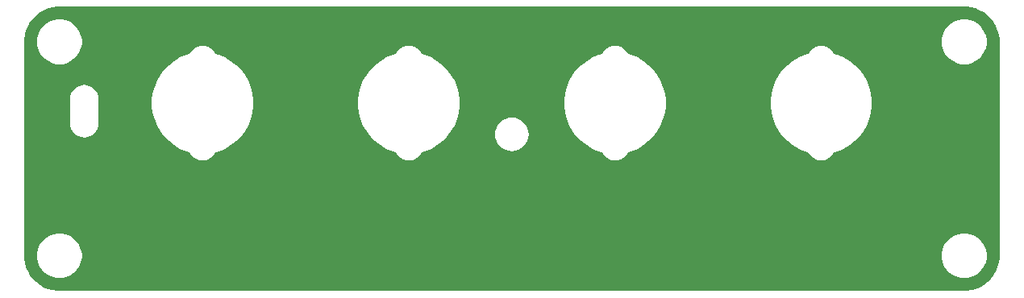
<source format=gtl>
G04*
G04 #@! TF.GenerationSoftware,Altium Limited,Altium Designer,22.4.2 (48)*
G04*
G04 Layer_Physical_Order=1*
G04 Layer_Color=255*
%FSLAX25Y25*%
%MOIN*%
G70*
G04*
G04 #@! TF.SameCoordinates,407642F0-E37F-43E1-BC9E-C6ACD67937A9*
G04*
G04*
G04 #@! TF.FilePolarity,Positive*
G04*
G01*
G75*
G36*
X389828Y118900D02*
D01*
X389828D01*
X390779Y118900D01*
X392664Y118651D01*
X394500Y118159D01*
X396257Y117432D01*
X397904Y116481D01*
X399412Y115323D01*
X400757Y113979D01*
X401914Y112471D01*
X402865Y110824D01*
X403592Y109067D01*
X404084Y107231D01*
X404333Y105346D01*
X404333Y104395D01*
X404333Y15734D01*
Y14783D01*
X404084Y12898D01*
X403592Y11061D01*
X402865Y9305D01*
X401914Y7658D01*
X400757Y6150D01*
X399412Y4805D01*
X397904Y3648D01*
X396257Y2697D01*
X394500Y1970D01*
X392664Y1477D01*
X390779Y1229D01*
X389828Y1229D01*
D01*
X389828D01*
X15734Y1229D01*
X15734D01*
D01*
X14783Y1229D01*
X12898Y1477D01*
X11061Y1970D01*
X9305Y2697D01*
X7658Y3648D01*
X6150Y4805D01*
X4805Y6150D01*
X3648Y7658D01*
X2697Y9305D01*
X1970Y11061D01*
X1477Y12898D01*
X1229Y14783D01*
Y15734D01*
Y104395D01*
Y105346D01*
X1477Y107231D01*
X1970Y109067D01*
X2697Y110824D01*
X3648Y112471D01*
X4805Y113979D01*
X6150Y115323D01*
X7658Y116481D01*
X9305Y117432D01*
X11061Y118159D01*
X12898Y118651D01*
X14783Y118900D01*
X15734Y118900D01*
X389828Y118900D01*
D02*
G37*
%LPC*%
G36*
X390675Y113581D02*
X388853D01*
X387066Y113225D01*
X385382Y112528D01*
X383867Y111516D01*
X382579Y110227D01*
X381567Y108712D01*
X380869Y107029D01*
X380514Y105242D01*
Y103420D01*
X380869Y101633D01*
X381567Y99949D01*
X382579Y98434D01*
X383867Y97146D01*
X385382Y96134D01*
X387066Y95436D01*
X388853Y95081D01*
X390675D01*
X392462Y95436D01*
X394145Y96134D01*
X395660Y97146D01*
X396949Y98434D01*
X397961Y99949D01*
X398658Y101633D01*
X399014Y103420D01*
Y105242D01*
X398658Y107029D01*
X397961Y108712D01*
X396949Y110227D01*
X395660Y111516D01*
X394145Y112528D01*
X392462Y113225D01*
X390675Y113581D01*
D02*
G37*
G36*
X16659D02*
X14837D01*
X13050Y113225D01*
X11366Y112528D01*
X9851Y111516D01*
X8563Y110227D01*
X7551Y108712D01*
X6854Y107029D01*
X6498Y105242D01*
Y103420D01*
X6854Y101633D01*
X7551Y99949D01*
X8563Y98434D01*
X9851Y97146D01*
X11366Y96134D01*
X13050Y95436D01*
X14837Y95081D01*
X16659D01*
X18446Y95436D01*
X20130Y96134D01*
X21645Y97146D01*
X22933Y98434D01*
X23945Y99949D01*
X24643Y101633D01*
X24998Y103420D01*
Y105242D01*
X24643Y107029D01*
X23945Y108712D01*
X22933Y110227D01*
X21645Y111516D01*
X20130Y112528D01*
X18446Y113225D01*
X16659Y113581D01*
D02*
G37*
G36*
X25984Y86462D02*
X24824Y86347D01*
X23707Y86009D01*
X22679Y85459D01*
X21777Y84719D01*
X21037Y83817D01*
X20487Y82789D01*
X20149Y81673D01*
X20034Y80512D01*
Y70669D01*
X20149Y69508D01*
X20487Y68392D01*
X21037Y67364D01*
X21777Y66462D01*
X22679Y65722D01*
X23707Y65172D01*
X24824Y64834D01*
X25984Y64719D01*
X27145Y64834D01*
X28261Y65172D01*
X29290Y65722D01*
X30191Y66462D01*
X30931Y67364D01*
X31481Y68392D01*
X31820Y69508D01*
X31934Y70669D01*
Y80512D01*
X31820Y81673D01*
X31481Y82789D01*
X30931Y83817D01*
X30191Y84719D01*
X29290Y85459D01*
X28261Y86009D01*
X27145Y86347D01*
X25984Y86462D01*
D02*
G37*
G36*
X202731Y72977D02*
X201377Y72844D01*
X200076Y72449D01*
X198876Y71807D01*
X197824Y70945D01*
X196961Y69893D01*
X196320Y68693D01*
X195925Y67392D01*
X195792Y66038D01*
X195925Y64684D01*
X196320Y63383D01*
X196961Y62183D01*
X197824Y61131D01*
X198876Y60268D01*
X200076Y59627D01*
X201377Y59232D01*
X202731Y59099D01*
X204085Y59232D01*
X205386Y59627D01*
X206586Y60268D01*
X207638Y61131D01*
X208500Y62183D01*
X209142Y63383D01*
X209537Y64684D01*
X209670Y66038D01*
X209537Y67392D01*
X209142Y68693D01*
X208500Y69893D01*
X207638Y70945D01*
X206586Y71807D01*
X205386Y72449D01*
X204085Y72844D01*
X202731Y72977D01*
D02*
G37*
G36*
X330635Y102609D02*
X329474Y102494D01*
X328358Y102156D01*
X327330Y101606D01*
X326428Y100866D01*
X325688Y99964D01*
X325297Y99232D01*
X323877Y98852D01*
X321336Y97799D01*
X318954Y96424D01*
X316772Y94750D01*
X314828Y92805D01*
X313153Y90623D01*
X311778Y88242D01*
X310726Y85701D01*
X310014Y83044D01*
X309655Y80317D01*
Y77567D01*
X310014Y74840D01*
X310726Y72184D01*
X311778Y69643D01*
X313153Y67261D01*
X314828Y65079D01*
X316772Y63135D01*
X318954Y61460D01*
X321336Y60085D01*
X323877Y59033D01*
X325297Y58652D01*
X325688Y57920D01*
X326428Y57019D01*
X327330Y56279D01*
X328358Y55729D01*
X329474Y55390D01*
X330635Y55276D01*
X331796Y55390D01*
X332912Y55729D01*
X333941Y56279D01*
X334842Y57019D01*
X335582Y57920D01*
X335974Y58652D01*
X337394Y59033D01*
X339934Y60085D01*
X342316Y61460D01*
X344498Y63135D01*
X346443Y65079D01*
X348117Y67261D01*
X349492Y69643D01*
X350545Y72184D01*
X351257Y74840D01*
X351616Y77567D01*
Y80317D01*
X351257Y83044D01*
X350545Y85701D01*
X349492Y88242D01*
X348117Y90623D01*
X346443Y92805D01*
X344498Y94750D01*
X342316Y96424D01*
X339934Y97799D01*
X337394Y98852D01*
X335974Y99232D01*
X335582Y99964D01*
X334842Y100866D01*
X333941Y101606D01*
X332912Y102156D01*
X331796Y102494D01*
X330635Y102609D01*
D02*
G37*
G36*
X245399D02*
X244238Y102494D01*
X243122Y102156D01*
X242093Y101606D01*
X241192Y100866D01*
X240452Y99964D01*
X240060Y99232D01*
X238641Y98852D01*
X236100Y97799D01*
X233718Y96424D01*
X231536Y94750D01*
X229591Y92805D01*
X227917Y90623D01*
X226542Y88242D01*
X225489Y85701D01*
X224778Y83044D01*
X224419Y80317D01*
Y77567D01*
X224778Y74840D01*
X225489Y72184D01*
X226542Y69643D01*
X227917Y67261D01*
X229591Y65079D01*
X231536Y63135D01*
X233718Y61460D01*
X236100Y60085D01*
X238641Y59033D01*
X240060Y58652D01*
X240452Y57920D01*
X241192Y57019D01*
X242093Y56279D01*
X243122Y55729D01*
X244238Y55390D01*
X245399Y55276D01*
X246560Y55390D01*
X247676Y55729D01*
X248705Y56279D01*
X249606Y57019D01*
X250346Y57920D01*
X250738Y58652D01*
X252157Y59033D01*
X254698Y60085D01*
X257080Y61460D01*
X259262Y63135D01*
X261207Y65079D01*
X262881Y67261D01*
X264256Y69643D01*
X265309Y72184D01*
X266020Y74840D01*
X266379Y77567D01*
Y80317D01*
X266020Y83044D01*
X265309Y85701D01*
X264256Y88242D01*
X262881Y90623D01*
X261207Y92805D01*
X259262Y94750D01*
X257080Y96424D01*
X254698Y97799D01*
X252157Y98852D01*
X250738Y99232D01*
X250346Y99964D01*
X249606Y100866D01*
X248705Y101606D01*
X247676Y102156D01*
X246560Y102494D01*
X245399Y102609D01*
D02*
G37*
G36*
X160163D02*
X159002Y102494D01*
X157886Y102156D01*
X156857Y101606D01*
X155956Y100866D01*
X155216Y99964D01*
X154824Y99232D01*
X153404Y98852D01*
X150864Y97799D01*
X148482Y96424D01*
X146300Y94750D01*
X144355Y92805D01*
X142681Y90623D01*
X141306Y88242D01*
X140253Y85701D01*
X139541Y83044D01*
X139182Y80317D01*
Y77567D01*
X139541Y74840D01*
X140253Y72184D01*
X141306Y69643D01*
X142681Y67261D01*
X144355Y65079D01*
X146300Y63135D01*
X148482Y61460D01*
X150864Y60085D01*
X153404Y59033D01*
X154824Y58652D01*
X155216Y57920D01*
X155956Y57019D01*
X156857Y56279D01*
X157886Y55729D01*
X159002Y55390D01*
X160163Y55276D01*
X161324Y55390D01*
X162440Y55729D01*
X163468Y56279D01*
X164370Y57019D01*
X165110Y57920D01*
X165501Y58652D01*
X166921Y59033D01*
X169462Y60085D01*
X171844Y61460D01*
X174026Y63135D01*
X175970Y65079D01*
X177645Y67261D01*
X179020Y69643D01*
X180072Y72184D01*
X180784Y74840D01*
X181143Y77567D01*
Y80317D01*
X180784Y83044D01*
X180072Y85701D01*
X179020Y88242D01*
X177645Y90623D01*
X175970Y92805D01*
X174026Y94750D01*
X171844Y96424D01*
X169462Y97799D01*
X166921Y98852D01*
X165501Y99232D01*
X165110Y99964D01*
X164370Y100866D01*
X163468Y101606D01*
X162440Y102156D01*
X161324Y102494D01*
X160163Y102609D01*
D02*
G37*
G36*
X74927D02*
X73766Y102494D01*
X72650Y102156D01*
X71621Y101606D01*
X70719Y100866D01*
X69979Y99964D01*
X69588Y99232D01*
X68168Y98852D01*
X65627Y97799D01*
X63245Y96424D01*
X61064Y94750D01*
X59119Y92805D01*
X57445Y90623D01*
X56069Y88242D01*
X55017Y85701D01*
X54305Y83044D01*
X53946Y80317D01*
Y77567D01*
X54305Y74840D01*
X55017Y72184D01*
X56069Y69643D01*
X57445Y67261D01*
X59119Y65079D01*
X61064Y63135D01*
X63245Y61460D01*
X65627Y60085D01*
X68168Y59033D01*
X69588Y58652D01*
X69979Y57920D01*
X70719Y57019D01*
X71621Y56279D01*
X72650Y55729D01*
X73766Y55390D01*
X74927Y55276D01*
X76087Y55390D01*
X77204Y55729D01*
X78232Y56279D01*
X79134Y57019D01*
X79874Y57920D01*
X80265Y58652D01*
X81685Y59033D01*
X84226Y60085D01*
X86608Y61460D01*
X88789Y63135D01*
X90734Y65079D01*
X92409Y67261D01*
X93784Y69643D01*
X94836Y72184D01*
X95548Y74840D01*
X95907Y77567D01*
Y80317D01*
X95548Y83044D01*
X94836Y85701D01*
X93784Y88242D01*
X92409Y90623D01*
X90734Y92805D01*
X88789Y94750D01*
X86608Y96424D01*
X84226Y97799D01*
X81685Y98852D01*
X80265Y99232D01*
X79874Y99964D01*
X79134Y100866D01*
X78232Y101606D01*
X77204Y102156D01*
X76087Y102494D01*
X74927Y102609D01*
D02*
G37*
G36*
X390675Y24998D02*
X388853D01*
X387066Y24643D01*
X385382Y23945D01*
X383867Y22933D01*
X382579Y21645D01*
X381567Y20130D01*
X380869Y18446D01*
X380514Y16659D01*
Y14837D01*
X380869Y13050D01*
X381567Y11366D01*
X382579Y9851D01*
X383867Y8563D01*
X385382Y7551D01*
X387066Y6854D01*
X388853Y6498D01*
X390675D01*
X392462Y6854D01*
X394145Y7551D01*
X395660Y8563D01*
X396949Y9851D01*
X397961Y11366D01*
X398658Y13050D01*
X399014Y14837D01*
Y16659D01*
X398658Y18446D01*
X397961Y20130D01*
X396949Y21645D01*
X395660Y22933D01*
X394145Y23945D01*
X392462Y24643D01*
X390675Y24998D01*
D02*
G37*
G36*
X16659D02*
X14837D01*
X13050Y24643D01*
X11366Y23945D01*
X9851Y22933D01*
X8563Y21645D01*
X7551Y20130D01*
X6854Y18446D01*
X6498Y16659D01*
Y14837D01*
X6854Y13050D01*
X7551Y11366D01*
X8563Y9851D01*
X9851Y8563D01*
X11366Y7551D01*
X13050Y6854D01*
X14837Y6498D01*
X16659D01*
X18446Y6854D01*
X20130Y7551D01*
X21645Y8563D01*
X22933Y9851D01*
X23945Y11366D01*
X24643Y13050D01*
X24998Y14837D01*
Y16659D01*
X24643Y18446D01*
X23945Y20130D01*
X22933Y21645D01*
X21645Y22933D01*
X20130Y23945D01*
X18446Y24643D01*
X16659Y24998D01*
D02*
G37*
%LPD*%
M02*

</source>
